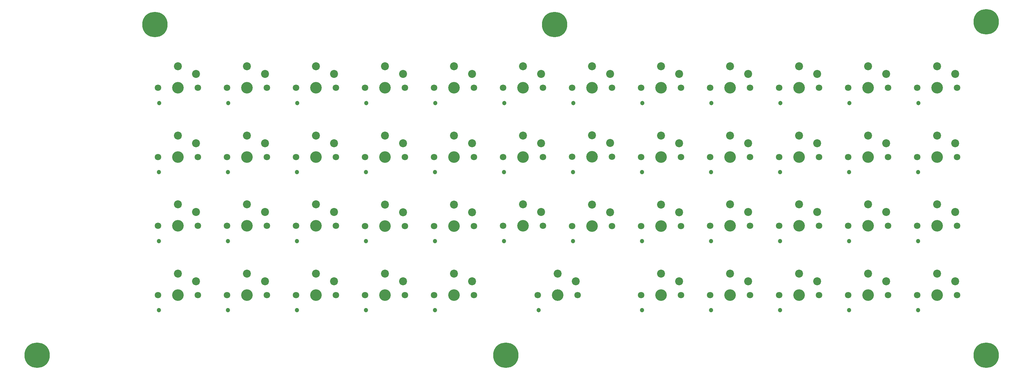
<source format=gbr>
%TF.GenerationSoftware,KiCad,Pcbnew,(5.1.10)-1*%
%TF.CreationDate,2021-10-30T02:48:04-04:00*%
%TF.ProjectId,keyboard,6b657962-6f61-4726-942e-6b696361645f,rev?*%
%TF.SameCoordinates,Original*%
%TF.FileFunction,Soldermask,Bot*%
%TF.FilePolarity,Negative*%
%FSLAX46Y46*%
G04 Gerber Fmt 4.6, Leading zero omitted, Abs format (unit mm)*
G04 Created by KiCad (PCBNEW (5.1.10)-1) date 2021-10-30 02:48:04*
%MOMM*%
%LPD*%
G01*
G04 APERTURE LIST*
%ADD10C,7.000000*%
%ADD11C,1.200000*%
%ADD12C,1.800000*%
%ADD13C,3.200000*%
%ADD14C,2.200000*%
G04 APERTURE END LIST*
D10*
%TO.C,H4*%
X201612500Y-192881250D03*
%TD*%
%TO.C,H4*%
X215106250Y-101600000D03*
%TD*%
%TO.C,H4*%
X104775000Y-101600000D03*
%TD*%
%TO.C,H3*%
X72231250Y-192881250D03*
%TD*%
%TO.C,H2*%
X334168750Y-100806250D03*
%TD*%
%TO.C,H1*%
X334168750Y-192881250D03*
%TD*%
D11*
%TO.C,M42*%
X210680000Y-180412500D03*
D12*
X221400000Y-176212500D03*
X210400000Y-176212500D03*
D13*
X215900000Y-176212500D03*
D14*
X220900000Y-172412500D03*
X215900000Y-170312500D03*
%TD*%
D11*
%TO.C,M41*%
X182105000Y-180412500D03*
D12*
X192825000Y-176212500D03*
X181825000Y-176212500D03*
D13*
X187325000Y-176212500D03*
D14*
X192325000Y-172412500D03*
X187325000Y-170312500D03*
%TD*%
D11*
%TO.C,M29*%
X182105000Y-161362500D03*
D12*
X192825000Y-157162500D03*
X181825000Y-157162500D03*
D13*
X187325000Y-157162500D03*
D14*
X192325000Y-153362500D03*
X187325000Y-151262500D03*
%TD*%
D11*
%TO.C,M28*%
X163055000Y-161362500D03*
D12*
X173775000Y-157162500D03*
X162775000Y-157162500D03*
D13*
X168275000Y-157162500D03*
D14*
X173275000Y-153362500D03*
X168275000Y-151262500D03*
%TD*%
D11*
%TO.C,M15*%
X144005000Y-142312500D03*
D12*
X154725000Y-138112500D03*
X143725000Y-138112500D03*
D13*
X149225000Y-138112500D03*
D14*
X154225000Y-134312500D03*
X149225000Y-132212500D03*
%TD*%
D11*
%TO.C,M14*%
X124955000Y-142312500D03*
D12*
X135675000Y-138112500D03*
X124675000Y-138112500D03*
D13*
X130175000Y-138112500D03*
D14*
X135175000Y-134312500D03*
X130175000Y-132212500D03*
%TD*%
%TO.C,M1*%
X111140900Y-113130750D03*
X116140900Y-115230750D03*
D13*
X111140900Y-119030750D03*
D12*
X105640900Y-119030750D03*
X116640900Y-119030750D03*
D11*
X105920900Y-123230750D03*
%TD*%
D14*
%TO.C,M44*%
X263525000Y-170312500D03*
X268525000Y-172412500D03*
D13*
X263525000Y-176212500D03*
D12*
X258025000Y-176212500D03*
X269025000Y-176212500D03*
D11*
X258305000Y-180412500D03*
%TD*%
D14*
%TO.C,M47*%
X320675000Y-170312500D03*
X325675000Y-172412500D03*
D13*
X320675000Y-176212500D03*
D12*
X315175000Y-176212500D03*
X326175000Y-176212500D03*
D11*
X315455000Y-180412500D03*
%TD*%
D14*
%TO.C,M46*%
X301625000Y-170312500D03*
X306625000Y-172412500D03*
D13*
X301625000Y-176212500D03*
D12*
X296125000Y-176212500D03*
X307125000Y-176212500D03*
D11*
X296405000Y-180412500D03*
%TD*%
D14*
%TO.C,M45*%
X282575000Y-170312500D03*
X287575000Y-172412500D03*
D13*
X282575000Y-176212500D03*
D12*
X277075000Y-176212500D03*
X288075000Y-176212500D03*
D11*
X277355000Y-180412500D03*
%TD*%
D14*
%TO.C,M43*%
X244475000Y-170312500D03*
X249475000Y-172412500D03*
D13*
X244475000Y-176212500D03*
D12*
X238975000Y-176212500D03*
X249975000Y-176212500D03*
D11*
X239255000Y-180412500D03*
%TD*%
D14*
%TO.C,M40*%
X168275000Y-170312500D03*
X173275000Y-172412500D03*
D13*
X168275000Y-176212500D03*
D12*
X162775000Y-176212500D03*
X173775000Y-176212500D03*
D11*
X163055000Y-180412500D03*
%TD*%
D14*
%TO.C,M39*%
X149225000Y-170312500D03*
X154225000Y-172412500D03*
D13*
X149225000Y-176212500D03*
D12*
X143725000Y-176212500D03*
X154725000Y-176212500D03*
D11*
X144005000Y-180412500D03*
%TD*%
D14*
%TO.C,M38*%
X130175000Y-170312500D03*
X135175000Y-172412500D03*
D13*
X130175000Y-176212500D03*
D12*
X124675000Y-176212500D03*
X135675000Y-176212500D03*
D11*
X124955000Y-180412500D03*
%TD*%
D14*
%TO.C,M37*%
X111125000Y-170312500D03*
X116125000Y-172412500D03*
D13*
X111125000Y-176212500D03*
D12*
X105625000Y-176212500D03*
X116625000Y-176212500D03*
D11*
X105905000Y-180412500D03*
%TD*%
D14*
%TO.C,M36*%
X320675000Y-151230750D03*
X325675000Y-153330750D03*
D13*
X320675000Y-157130750D03*
D12*
X315175000Y-157130750D03*
X326175000Y-157130750D03*
D11*
X315455000Y-161330750D03*
%TD*%
D14*
%TO.C,M35*%
X301625000Y-151230750D03*
X306625000Y-153330750D03*
D13*
X301625000Y-157130750D03*
D12*
X296125000Y-157130750D03*
X307125000Y-157130750D03*
D11*
X296405000Y-161330750D03*
%TD*%
D14*
%TO.C,M34*%
X282575000Y-151230750D03*
X287575000Y-153330750D03*
D13*
X282575000Y-157130750D03*
D12*
X277075000Y-157130750D03*
X288075000Y-157130750D03*
D11*
X277355000Y-161330750D03*
%TD*%
D14*
%TO.C,M33*%
X263525000Y-151230750D03*
X268525000Y-153330750D03*
D13*
X263525000Y-157130750D03*
D12*
X258025000Y-157130750D03*
X269025000Y-157130750D03*
D11*
X258305000Y-161330750D03*
%TD*%
D14*
%TO.C,M32*%
X244475000Y-151262500D03*
X249475000Y-153362500D03*
D13*
X244475000Y-157162500D03*
D12*
X238975000Y-157162500D03*
X249975000Y-157162500D03*
D11*
X239255000Y-161362500D03*
%TD*%
D14*
%TO.C,M31*%
X225425000Y-151262500D03*
X230425000Y-153362500D03*
D13*
X225425000Y-157162500D03*
D12*
X219925000Y-157162500D03*
X230925000Y-157162500D03*
D11*
X220205000Y-161362500D03*
%TD*%
D14*
%TO.C,M30*%
X206375000Y-151230750D03*
X211375000Y-153330750D03*
D13*
X206375000Y-157130750D03*
D12*
X200875000Y-157130750D03*
X211875000Y-157130750D03*
D11*
X201155000Y-161330750D03*
%TD*%
D14*
%TO.C,M27*%
X149225000Y-151230750D03*
X154225000Y-153330750D03*
D13*
X149225000Y-157130750D03*
D12*
X143725000Y-157130750D03*
X154725000Y-157130750D03*
D11*
X144005000Y-161330750D03*
%TD*%
D14*
%TO.C,M26*%
X130175000Y-151230750D03*
X135175000Y-153330750D03*
D13*
X130175000Y-157130750D03*
D12*
X124675000Y-157130750D03*
X135675000Y-157130750D03*
D11*
X124955000Y-161330750D03*
%TD*%
D14*
%TO.C,M25*%
X111125000Y-151230750D03*
X116125000Y-153330750D03*
D13*
X111125000Y-157130750D03*
D12*
X105625000Y-157130750D03*
X116625000Y-157130750D03*
D11*
X105905000Y-161330750D03*
%TD*%
D14*
%TO.C,M24*%
X320675000Y-132212500D03*
X325675000Y-134312500D03*
D13*
X320675000Y-138112500D03*
D12*
X315175000Y-138112500D03*
X326175000Y-138112500D03*
D11*
X315455000Y-142312500D03*
%TD*%
D14*
%TO.C,M23*%
X301625000Y-132212500D03*
X306625000Y-134312500D03*
D13*
X301625000Y-138112500D03*
D12*
X296125000Y-138112500D03*
X307125000Y-138112500D03*
D11*
X296405000Y-142312500D03*
%TD*%
D14*
%TO.C,M22*%
X282575000Y-132212500D03*
X287575000Y-134312500D03*
D13*
X282575000Y-138112500D03*
D12*
X277075000Y-138112500D03*
X288075000Y-138112500D03*
D11*
X277355000Y-142312500D03*
%TD*%
D14*
%TO.C,M21*%
X263525000Y-132212500D03*
X268525000Y-134312500D03*
D13*
X263525000Y-138112500D03*
D12*
X258025000Y-138112500D03*
X269025000Y-138112500D03*
D11*
X258305000Y-142312500D03*
%TD*%
D14*
%TO.C,M20*%
X244475000Y-132212500D03*
X249475000Y-134312500D03*
D13*
X244475000Y-138112500D03*
D12*
X238975000Y-138112500D03*
X249975000Y-138112500D03*
D11*
X239255000Y-142312500D03*
%TD*%
D14*
%TO.C,M19*%
X225425000Y-132180750D03*
X230425000Y-134280750D03*
D13*
X225425000Y-138080750D03*
D12*
X219925000Y-138080750D03*
X230925000Y-138080750D03*
D11*
X220205000Y-142280750D03*
%TD*%
D14*
%TO.C,M18*%
X206375000Y-132212500D03*
X211375000Y-134312500D03*
D13*
X206375000Y-138112500D03*
D12*
X200875000Y-138112500D03*
X211875000Y-138112500D03*
D11*
X201155000Y-142312500D03*
%TD*%
D14*
%TO.C,M17*%
X187325000Y-132212500D03*
X192325000Y-134312500D03*
D13*
X187325000Y-138112500D03*
D12*
X181825000Y-138112500D03*
X192825000Y-138112500D03*
D11*
X182105000Y-142312500D03*
%TD*%
D14*
%TO.C,M16*%
X168275000Y-132212500D03*
X173275000Y-134312500D03*
D13*
X168275000Y-138112500D03*
D12*
X162775000Y-138112500D03*
X173775000Y-138112500D03*
D11*
X163055000Y-142312500D03*
%TD*%
D14*
%TO.C,M13*%
X111125000Y-132212500D03*
X116125000Y-134312500D03*
D13*
X111125000Y-138112500D03*
D12*
X105625000Y-138112500D03*
X116625000Y-138112500D03*
D11*
X105905000Y-142312500D03*
%TD*%
D14*
%TO.C,M12*%
X320690900Y-113130750D03*
X325690900Y-115230750D03*
D13*
X320690900Y-119030750D03*
D12*
X315190900Y-119030750D03*
X326190900Y-119030750D03*
D11*
X315470900Y-123230750D03*
%TD*%
D14*
%TO.C,M11*%
X301640900Y-113130750D03*
X306640900Y-115230750D03*
D13*
X301640900Y-119030750D03*
D12*
X296140900Y-119030750D03*
X307140900Y-119030750D03*
D11*
X296420900Y-123230750D03*
%TD*%
D14*
%TO.C,M10*%
X282590900Y-113130750D03*
X287590900Y-115230750D03*
D13*
X282590900Y-119030750D03*
D12*
X277090900Y-119030750D03*
X288090900Y-119030750D03*
D11*
X277370900Y-123230750D03*
%TD*%
D14*
%TO.C,M9*%
X263540900Y-113130750D03*
X268540900Y-115230750D03*
D13*
X263540900Y-119030750D03*
D12*
X258040900Y-119030750D03*
X269040900Y-119030750D03*
D11*
X258320900Y-123230750D03*
%TD*%
D14*
%TO.C,M8*%
X244490900Y-113130750D03*
X249490900Y-115230750D03*
D13*
X244490900Y-119030750D03*
D12*
X238990900Y-119030750D03*
X249990900Y-119030750D03*
D11*
X239270900Y-123230750D03*
%TD*%
D14*
%TO.C,M7*%
X225440900Y-113130750D03*
X230440900Y-115230750D03*
D13*
X225440900Y-119030750D03*
D12*
X219940900Y-119030750D03*
X230940900Y-119030750D03*
D11*
X220220900Y-123230750D03*
%TD*%
D14*
%TO.C,M6*%
X206390900Y-113130750D03*
X211390900Y-115230750D03*
D13*
X206390900Y-119030750D03*
D12*
X200890900Y-119030750D03*
X211890900Y-119030750D03*
D11*
X201170900Y-123230750D03*
%TD*%
D14*
%TO.C,M5*%
X187340900Y-113130750D03*
X192340900Y-115230750D03*
D13*
X187340900Y-119030750D03*
D12*
X181840900Y-119030750D03*
X192840900Y-119030750D03*
D11*
X182120900Y-123230750D03*
%TD*%
D14*
%TO.C,M4*%
X168290900Y-113130750D03*
X173290900Y-115230750D03*
D13*
X168290900Y-119030750D03*
D12*
X162790900Y-119030750D03*
X173790900Y-119030750D03*
D11*
X163070900Y-123230750D03*
%TD*%
D14*
%TO.C,M3*%
X149240900Y-113130750D03*
X154240900Y-115230750D03*
D13*
X149240900Y-119030750D03*
D12*
X143740900Y-119030750D03*
X154740900Y-119030750D03*
D11*
X144020900Y-123230750D03*
%TD*%
D14*
%TO.C,M2*%
X130190900Y-113130750D03*
X135190900Y-115230750D03*
D13*
X130190900Y-119030750D03*
D12*
X124690900Y-119030750D03*
X135690900Y-119030750D03*
D11*
X124970900Y-123230750D03*
%TD*%
M02*

</source>
